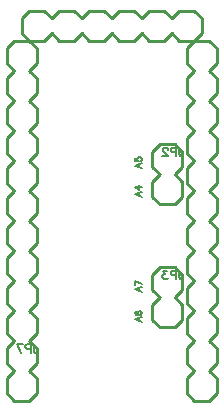
<source format=gbo>
G04 Layer: BottomSilkscreenLayer*
G04 EasyEDA v6.5.51, 2025-10-23 01:57:06*
G04 64fcacbd124c4bd19f57d9140681f8df,69758d36ea3442baaf275648ad48867e,10*
G04 Gerber Generator version 0.2*
G04 Scale: 100 percent, Rotated: No, Reflected: No *
G04 Dimensions in millimeters *
G04 leading zeros omitted , absolute positions ,4 integer and 5 decimal *
%FSLAX45Y45*%
%MOMM*%

%ADD10C,0.1524*%
%ADD11C,0.2540*%
%ADD12C,0.0175*%

%LPD*%
D10*
X1811020Y312420D02*
G01*
X1864360Y292100D01*
X1811020Y312420D02*
G01*
X1864360Y332739D01*
X1846579Y299720D02*
G01*
X1846579Y325120D01*
X1811020Y379984D02*
G01*
X1811020Y354584D01*
X1833879Y352044D01*
X1831339Y354584D01*
X1828800Y362204D01*
X1828800Y369823D01*
X1831339Y377444D01*
X1836420Y382523D01*
X1844039Y385063D01*
X1849120Y385063D01*
X1856739Y382523D01*
X1861820Y377444D01*
X1864360Y369823D01*
X1864360Y362204D01*
X1861820Y354584D01*
X1859279Y352044D01*
X1854200Y349504D01*
X1811020Y71120D02*
G01*
X1864360Y50800D01*
X1811020Y71120D02*
G01*
X1864360Y91439D01*
X1846579Y58420D02*
G01*
X1846579Y83820D01*
X1811020Y133604D02*
G01*
X1846579Y108204D01*
X1846579Y146304D01*
X1811020Y133604D02*
G01*
X1864360Y133604D01*
X1811020Y-734060D02*
G01*
X1864360Y-754379D01*
X1811020Y-734060D02*
G01*
X1864360Y-713739D01*
X1846579Y-746760D02*
G01*
X1846579Y-721360D01*
X1811020Y-661415D02*
G01*
X1864360Y-686815D01*
X1811020Y-696976D02*
G01*
X1811020Y-661415D01*
X1811020Y-988060D02*
G01*
X1864360Y-1008379D01*
X1811020Y-988060D02*
G01*
X1864360Y-967739D01*
X1846579Y-1000760D02*
G01*
X1846579Y-975360D01*
X1818639Y-920495D02*
G01*
X1813560Y-923036D01*
X1811020Y-930655D01*
X1811020Y-935736D01*
X1813560Y-943355D01*
X1821179Y-948436D01*
X1833879Y-950976D01*
X1846579Y-950976D01*
X1856739Y-948436D01*
X1861820Y-943355D01*
X1864360Y-935736D01*
X1864360Y-933195D01*
X1861820Y-925576D01*
X1856739Y-920495D01*
X1849120Y-917955D01*
X1846579Y-917955D01*
X1838960Y-920495D01*
X1833879Y-925576D01*
X1831339Y-933195D01*
X1831339Y-935736D01*
X1833879Y-943355D01*
X1838960Y-948436D01*
X1846579Y-950976D01*
X950976Y-1197863D02*
G01*
X950976Y-1253489D01*
X954278Y-1263650D01*
X957834Y-1267205D01*
X964692Y-1270762D01*
X971550Y-1270762D01*
X978662Y-1267205D01*
X981963Y-1263650D01*
X985520Y-1253489D01*
X985520Y-1246378D01*
X928115Y-1197863D02*
G01*
X928115Y-1270762D01*
X928115Y-1197863D02*
G01*
X896873Y-1197863D01*
X886460Y-1201420D01*
X882904Y-1204976D01*
X879602Y-1211834D01*
X879602Y-1222247D01*
X882904Y-1229105D01*
X886460Y-1232662D01*
X896873Y-1235963D01*
X928115Y-1235963D01*
X808228Y-1197863D02*
G01*
X842771Y-1270762D01*
X856742Y-1197863D02*
G01*
X808228Y-1197863D01*
X2182875Y465836D02*
G01*
X2182875Y410210D01*
X2186177Y400050D01*
X2189734Y396494D01*
X2196591Y392937D01*
X2203450Y392937D01*
X2210561Y396494D01*
X2213863Y400050D01*
X2217420Y410210D01*
X2217420Y417321D01*
X2160015Y465836D02*
G01*
X2160015Y392937D01*
X2160015Y465836D02*
G01*
X2128774Y465836D01*
X2118359Y462279D01*
X2114804Y458723D01*
X2111502Y451865D01*
X2111502Y441452D01*
X2114804Y434594D01*
X2118359Y431037D01*
X2128774Y427736D01*
X2160015Y427736D01*
X2085086Y448310D02*
G01*
X2085086Y451865D01*
X2081529Y458723D01*
X2078227Y462279D01*
X2071370Y465836D01*
X2057400Y465836D01*
X2050541Y462279D01*
X2046986Y458723D01*
X2043429Y451865D01*
X2043429Y445007D01*
X2046986Y438150D01*
X2053843Y427736D01*
X2088641Y392937D01*
X2040127Y392937D01*
X2182875Y-575563D02*
G01*
X2182875Y-631189D01*
X2186177Y-641350D01*
X2189734Y-644905D01*
X2196591Y-648462D01*
X2203450Y-648462D01*
X2210561Y-644905D01*
X2213863Y-641350D01*
X2217420Y-631189D01*
X2217420Y-624078D01*
X2160015Y-575563D02*
G01*
X2160015Y-648462D01*
X2160015Y-575563D02*
G01*
X2128774Y-575563D01*
X2118359Y-579120D01*
X2114804Y-582676D01*
X2111502Y-589534D01*
X2111502Y-599947D01*
X2114804Y-606805D01*
X2118359Y-610362D01*
X2128774Y-613663D01*
X2160015Y-613663D01*
X2081529Y-575563D02*
G01*
X2043429Y-575563D01*
X2064258Y-603250D01*
X2053843Y-603250D01*
X2046986Y-606805D01*
X2043429Y-610362D01*
X2040127Y-620776D01*
X2040127Y-627634D01*
X2043429Y-638047D01*
X2050541Y-644905D01*
X2060956Y-648462D01*
X2071370Y-648462D01*
X2081529Y-644905D01*
X2085086Y-641350D01*
X2088641Y-634492D01*
D11*
X723900Y-1104900D02*
G01*
X787400Y-1168400D01*
X723900Y-1231900D01*
X723900Y-1358900D01*
X787400Y-1422400D01*
X723900Y-1485900D01*
X723900Y-1612900D01*
X787400Y-1676400D01*
X914400Y-1676400D01*
X977900Y-1612900D01*
X977900Y-1485900D01*
X914400Y-1422400D01*
X977900Y-1358900D01*
X977900Y-1231900D01*
X914400Y-1168400D01*
X977900Y-1104900D01*
X977900Y-977900D01*
X914400Y-914400D01*
X977900Y-850900D01*
X977900Y-723900D01*
X914400Y-660400D01*
X977900Y-596900D01*
X977900Y-469900D01*
X914400Y-406400D01*
X977900Y-342900D01*
X977900Y-215900D01*
X914400Y-152400D01*
X977900Y-88900D01*
X977900Y38100D01*
X914400Y101600D01*
X977900Y165100D01*
X977900Y292100D01*
X914400Y355600D01*
X977900Y419100D01*
X977900Y546100D01*
X914400Y609600D01*
X977900Y673100D01*
X977900Y800100D01*
X914400Y863600D01*
X977900Y927100D01*
X977900Y1054100D01*
X914400Y1117600D01*
X977900Y1181100D01*
X977900Y1308100D01*
X914400Y1371600D01*
X787400Y1371600D01*
X723900Y1308100D01*
X723900Y1181100D01*
X787400Y1117600D01*
X723900Y1054100D01*
X723900Y927100D01*
X787400Y863600D01*
X723900Y800100D01*
X723900Y673100D01*
X787400Y609600D01*
X723900Y546100D01*
X723900Y419100D01*
X787400Y355600D01*
X723900Y292100D01*
X723900Y165100D01*
X787400Y101600D01*
X723900Y38100D01*
X723900Y-88900D01*
X787400Y-152400D01*
X723900Y-215900D01*
X723900Y-342900D01*
X787400Y-406400D01*
X723900Y-469900D01*
X723900Y-596900D01*
X787400Y-660400D01*
X723900Y-723900D01*
X723900Y-850900D01*
X787400Y-914400D01*
X723900Y-977900D01*
X723900Y-1104900D01*
X1930400Y1625600D02*
G01*
X1866900Y1562100D01*
X1803400Y1625600D01*
X1676400Y1625600D01*
X1612900Y1562100D01*
X1549400Y1625600D01*
X1422400Y1625600D01*
X1358900Y1562100D01*
X1295400Y1625600D01*
X1168400Y1625600D01*
X1104900Y1562100D01*
X1041400Y1625600D01*
X914400Y1625600D01*
X850900Y1562100D01*
X850900Y1435100D01*
X914400Y1371600D01*
X1041400Y1371600D01*
X1104900Y1435100D01*
X1168400Y1371600D01*
X1295400Y1371600D01*
X1358900Y1435100D01*
X1422400Y1371600D01*
X1549400Y1371600D01*
X1612900Y1435100D01*
X1676400Y1371600D01*
X1803400Y1371600D01*
X1866900Y1435100D01*
X1930400Y1371600D01*
X2057400Y1371600D01*
X2120900Y1435100D01*
X2184400Y1371600D01*
X2311400Y1371600D01*
X2374900Y1435100D01*
X2374900Y1562100D01*
X2311400Y1625600D01*
X2184400Y1625600D01*
X2120900Y1562100D01*
X2057400Y1625600D01*
X1930400Y1625600D01*
X2501900Y800100D02*
G01*
X2438400Y863600D01*
X2501900Y927100D01*
X2501900Y1054100D01*
X2438400Y1117600D01*
X2501900Y1181100D01*
X2501900Y1308100D01*
X2438400Y1371600D01*
X2311400Y1371600D01*
X2247900Y1308100D01*
X2247900Y1181100D01*
X2311400Y1117600D01*
X2247900Y1054100D01*
X2247900Y927100D01*
X2311400Y863600D01*
X2247900Y800100D01*
X2247900Y673100D01*
X2311400Y609600D01*
X2247900Y546100D01*
X2247900Y419100D01*
X2311400Y355600D01*
X2247900Y292100D01*
X2247900Y165100D01*
X2311400Y101600D01*
X2247900Y38100D01*
X2247900Y-88900D01*
X2311400Y-152400D01*
X2247900Y-215900D01*
X2247900Y-342900D01*
X2311400Y-406400D01*
X2247900Y-469900D01*
X2247900Y-596900D01*
X2311400Y-660400D01*
X2247900Y-723900D01*
X2247900Y-850900D01*
X2311400Y-914400D01*
X2247900Y-977900D01*
X2247900Y-1104900D01*
X2311400Y-1168400D01*
X2247900Y-1231900D01*
X2247900Y-1358900D01*
X2311400Y-1422400D01*
X2247900Y-1485900D01*
X2247900Y-1612900D01*
X2311400Y-1676400D01*
X2438400Y-1676400D01*
X2501900Y-1612900D01*
X2501900Y-1485900D01*
X2438400Y-1422400D01*
X2501900Y-1358900D01*
X2501900Y-1231900D01*
X2438400Y-1168400D01*
X2501900Y-1104900D01*
X2501900Y-977900D01*
X2438400Y-914400D01*
X2501900Y-850900D01*
X2501900Y-723900D01*
X2438400Y-660400D01*
X2501900Y-596900D01*
X2501900Y-469900D01*
X2438400Y-406400D01*
X2501900Y-342900D01*
X2501900Y-215900D01*
X2438400Y-152400D01*
X2501900Y-88900D01*
X2501900Y38100D01*
X2438400Y101600D01*
X2501900Y165100D01*
X2501900Y292100D01*
X2438400Y355600D01*
X2501900Y419100D01*
X2501900Y546100D01*
X2438400Y609600D01*
X2501900Y673100D01*
X2501900Y800100D01*
X1955800Y177800D02*
G01*
X1955800Y50800D01*
X2019300Y-12700D01*
X2146300Y-12700D01*
X2209800Y50800D01*
X2209800Y177800D01*
X2146300Y241300D01*
X2209800Y304800D01*
X2209800Y431800D01*
X2146300Y495300D01*
X2019300Y495300D01*
X1955800Y431800D01*
X1955800Y304800D01*
X2019300Y241300D01*
X1955800Y177800D01*
X1955800Y-863600D02*
G01*
X1955800Y-990600D01*
X2019300Y-1054100D01*
X2146300Y-1054100D01*
X2209800Y-990600D01*
X2209800Y-863600D01*
X2146300Y-800100D01*
X2209800Y-736600D01*
X2209800Y-609600D01*
X2146300Y-546100D01*
X2019300Y-546100D01*
X1955800Y-609600D01*
X1955800Y-736600D01*
X2019300Y-800100D01*
X1955800Y-863600D01*
M02*

</source>
